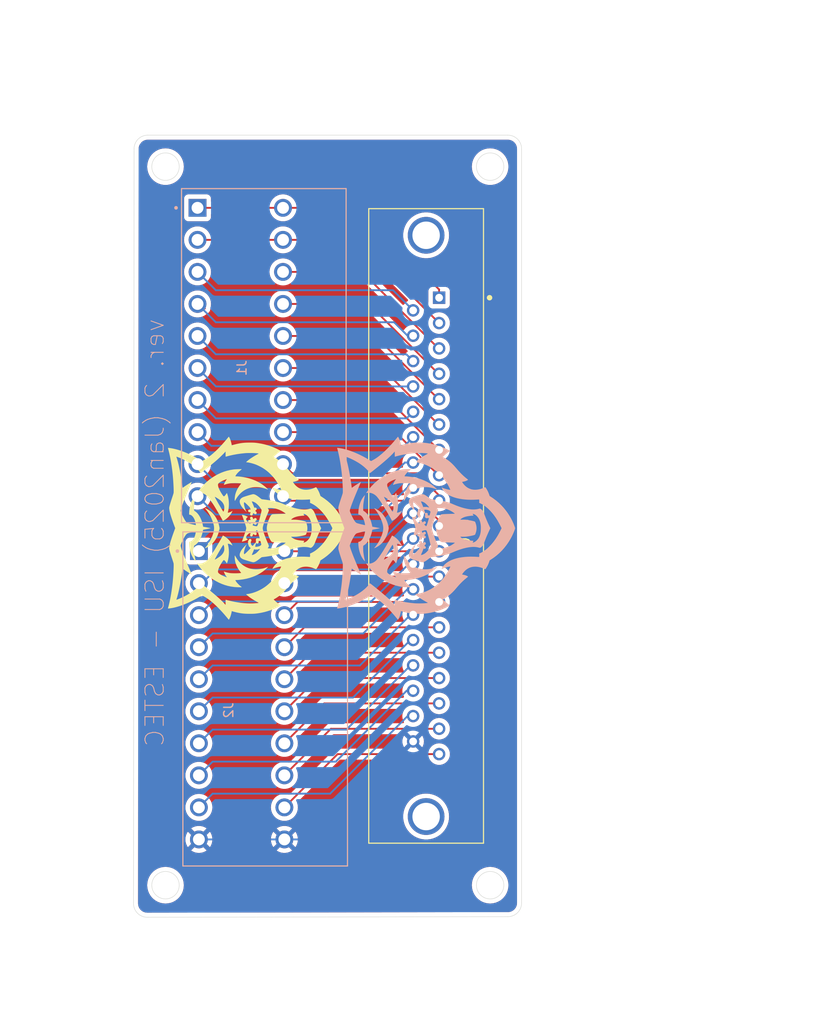
<source format=kicad_pcb>
(kicad_pcb (version 20240108) (generator "pcbnew") (generator_version "8.0")
  (title_block (title "DB37 to TB passthrough") (date "2025-01-23") (rev "2") (company "ISU - ESTEC"))
  (layers (0 "F.Cu" signal) (31 "B.Cu" signal) (34 "B.Paste" user) (35 "F.Paste" user) (36 "B.SilkS" user "B.Silkscreen") (37 "F.SilkS" user "F.Silkscreen") (38 "B.Mask" user) (39 "F.Mask" user) (44 "Edge.Cuts" user))
  (net 0 "")
  (net 1 "Net-(J1-Pin_5)")
  (net 2 "Net-(J1-Pin_11)")
  (net 3 "Net-(J1-Pin_12)")
  (net 4 "Net-(J1-Pin_14)")
  (net 5 "Net-(J1-Pin_16)")
  (net 6 "Net-(J1-Pin_1)")
  (net 7 "Net-(J1-Pin_7)")
  (net 8 "Net-(J1-Pin_15)")
  (net 9 "Net-(J1-Pin_13)")
  (net 10 "Net-(J1-Pin_8)")
  (net 11 "Net-(J1-Pin_20)")
  (net 12 "Net-(J1-Pin_6)")
  (net 13 "Net-(J1-Pin_9)")
  (net 14 "Net-(J1-Pin_17)")
  (net 15 "Net-(J1-Pin_10)")
  (net 16 "Net-(J1-Pin_18)")
  (net 17 "Net-(J2-Pin_19)")
  (net 18 "Net-(J2-Pin_14)")
  (net 19 "Net-(J2-Pin_2)")
  (net 20 "Net-(J2-Pin_5)")
  (net 21 "Net-(J2-Pin_9)")
  (net 22 "Net-(J2-Pin_8)")
  (net 23 "Net-(J2-Pin_13)")
  (net 24 "Net-(J2-Pin_7)")
  (net 25 "Net-(J2-Pin_17)")
  (net 26 "Net-(J2-Pin_15)")
  (net 27 "Net-(J2-Pin_16)")
  (net 28 "Net-(J2-Pin_10)")
  (net 29 "Net-(J2-Pin_6)")
  (net 30 "Net-(J2-Pin_1)")
  (net 31 "Net-(J2-Pin_12)")
  (net 32 "Net-(J2-Pin_4)")
  (net 33 "Net-(J2-Pin_11)")
  (net 34 "Net-(J1-Pin_19)")
  (net 35 "Net-(J2-Pin_18)")
  (net 36 "Net-(J1-Pin_3)")
  (net 37 "Net-(J2-Pin_3)")
  (footprint "Logo:ISU_logo20x20" (layer "F.Cu") (at 125.5 110.5 90)
    (property "Reference" "G***" (at 0 0 90) (layer "F.SilkS") (effects (font (size 1.5 1.5) (thickness 0.3))))
    (property "Value" "LOGO" (hide yes))
  )
  (footprint "Connector DB:AMPHENOL_L717SDCH37POL2RM8C309" (layer "F.Cu") (at 144 110.25 -90)
    (property "Reference" "J3" (at 0.75 -4 90) (layer "F.SilkS") (effects (font (size 2.003543 2.003543))))
    (property "Value" "Conn_01x37_Pin")
    (pad "1" thru_hole rect (at -24.93 -1.42 270) (size 1.358 1.358) (drill 0.85) (layers "*.Cu" "*.Mask") (net 6 "Net-(J1-Pin_1)"))
    (pad "2" thru_hole circle (at -22.16 -1.42 270) (size 1.358 1.358) (drill 0.85) (layers "*.Cu" "*.Mask") (net 36 "Net-(J1-Pin_3)"))
    (pad "3" thru_hole circle (at -19.39 -1.42 270) (size 1.358 1.358) (drill 0.85) (layers "*.Cu" "*.Mask") (net 12 "Net-(J1-Pin_6)"))
    (pad "4" thru_hole circle (at -16.62 -1.42 270) (size 1.358 1.358) (drill 0.85) (layers "*.Cu" "*.Mask") (net 10 "Net-(J1-Pin_8)"))
    (pad "5" thru_hole circle (at -13.85 -1.42 270) (size 1.358 1.358) (drill 0.85) (layers "*.Cu" "*.Mask") (net 15 "Net-(J1-Pin_10)"))
    (pad "6" thru_hole circle (at -11.08 -1.42 270) (size 1.358 1.358) (drill 0.85) (layers "*.Cu" "*.Mask") (net 3 "Net-(J1-Pin_12)"))
    (pad "7" thru_hole circle (at -8.31 -1.42 270) (size 1.358 1.358) (drill 0.85) (layers "*.Cu" "*.Mask") (net 4 "Net-(J1-Pin_14)"))
    (pad "8" thru_hole circle (at -5.54 -1.42 270) (size 1.358 1.358) (drill 0.85) (layers "*.Cu" "*.Mask") (net 5 "Net-(J1-Pin_16)"))
    (pad "9" thru_hole circle (at -2.77 -1.42 270) (size 1.358 1.358) (drill 0.85) (layers "*.Cu" "*.Mask") (net 16 "Net-(J1-Pin_18)"))
    (pad "10" thru_hole circle (at 0 -1.42 270) (size 1.358 1.358) (drill 0.85) (layers "*.Cu" "*.Mask") (net 11 "Net-(J1-Pin_20)"))
    (pad "11" thru_hole circle (at 2.77 -1.42 270) (size 1.358 1.358) (drill 0.85) (layers "*.Cu" "*.Mask") (net 19 "Net-(J2-Pin_2)"))
    (pad "12" thru_hole circle (at 5.54 -1.42 270) (size 1.358 1.358) (drill 0.85) (layers "*.Cu" "*.Mask") (net 32 "Net-(J2-Pin_4)"))
    (pad "13" thru_hole circle (at 8.31 -1.42 270) (size 1.358 1.358) (drill 0.85) (layers "*.Cu" "*.Mask") (net 29 "Net-(J2-Pin_6)"))
    (pad "14" thru_hole circle (at 11.08 -1.42 270) (size 1.358 1.358) (drill 0.85) (layers "*.Cu" "*.Mask") (net 22 "Net-(J2-Pin_8)"))
    (pad "15" thru_hole circle (at 13.85 -1.42 270) (size 1.358 1.358) (drill 0.85) (layers "*.Cu" "*.Mask") (net 28 "Net-(J2-Pin_10)"))
    (pad "16" thru_hole circle (at 16.62 -1.42 270) (size 1.358 1.358) (drill 0.85) (layers "*.Cu" "*.Mask") (net 31 "Net-(J2-Pin_12)"))
    (pad "17" thru_hole circle (at 19.39 -1.42 270) (size 1.358 1.358) (drill 0.85) (layers "*.Cu" "*.Mask") (net 18 "Net-(J2-Pin_14)"))
    (pad "18" thru_hole circle (at 22.16 -1.42 270) (size 1.358 1.358) (drill 0.85) (layers "*.Cu" "*.Mask") (net 27 "Net-(J2-Pin_16)"))
    (pad "19" thru_hole circle (at 24.93 -1.42 270) (size 1.358 1.358) (drill 0.85) (layers "*.Cu" "*.Mask") (net 35 "Net-(J2-Pin_18)"))
    (pad "20" thru_hole circle (at -23.545 1.42 270) (size 1.358 1.358) (drill 0.85) (layers "*.Cu" "*.Mask") (net 1 "Net-(J1-Pin_5)"))
    (pad "21" thru_hole circle (at -20.775 1.42 270) (size 1.358 1.358) (drill 0.85) (layers "*.Cu" "*.Mask") (net 7 "Net-(J1-Pin_7)"))
    (pad "22" thru_hole circle (at -18.005 1.42 270) (size 1.358 1.358) (drill 0.85) (layers "*.Cu" "*.Mask") (net 13 "Net-(J1-Pin_9)"))
    (pad "23" thru_hole circle (at -15.235 1.42 270) (size 1.358 1.358) (drill 0.85) (layers "*.Cu" "*.Mask") (net 2 "Net-(J1-Pin_11)"))
    (pad "24" thru_hole circle (at -12.465 1.42 270) (size 1.358 1.358) (drill 0.85) (layers "*.Cu" "*.Mask") (net 9 "Net-(J1-Pin_13)"))
    (pad "25" thru_hole circle (at -9.695 1.42 270) (size 1.358 1.358) (drill 0.85) (layers "*.Cu" "*.Mask") (net 8 "Net-(J1-Pin_15)"))
    (pad "26" thru_hole circle (at -6.925 1.42 270) (size 1.358 1.358) (drill 0.85) (layers "*.Cu" "*.Mask") (net 14 "Net-(J1-Pin_17)"))
    (pad "27" thru_hole circle (at -4.155 1.42 270) (size 1.358 1.358) (drill 0.85) (layers "*.Cu" "*.Mask") (net 34 "Net-(J1-Pin_19)"))
    (pad "28" thru_hole circle (at -1.385 1.42 270) (size 1.358 1.358) (drill 0.85) (layers "*.Cu" "*.Mask") (net 30 "Net-(J2-Pin_1)"))
    (pad "29" thru_hole circle (at 1.385 1.42 270) (size 1.358 1.358) (drill 0.85) (layers "*.Cu" "*.Mask") (net 37 "Net-(J2-Pin_3)"))
    (pad "30" thru_hole circle (at 4.155 1.42 270) (size 1.358 1.358) (drill 0.85) (layers "*.Cu" "*.Mask") (net 20 "Net-(J2-Pin_5)"))
    (pad "31" thru_hole circle (at 6.925 1.42 270) (size 1.358 1.358) (drill 0.85) (layers "*.Cu" "*.Mask") (net 24 "Net-(J2-Pin_7)"))
    (pad "32" thru_hole circle (at 9.695 1.42 270) (size 1.358 1.358) (drill 0.85) (layers "*.Cu" "*.Mask") (net 21 "Net-(J2-Pin_9)"))
    (pad "33" thru_hole circle (at 12.465 1.42 270) (size 1.358 1.358) (drill 0.85) (layers "*.Cu" "*.Mask") (net 33 "Net-(J2-Pin_11)"))
    (pad "34" thru_hole circle (at 15.235 1.42 270) (size 1.358 1.358) (drill 0.85) (layers "*.Cu" "*.Mask") (net 23 "Net-(J2-Pin_13)"))
    (pad "35" thru_hole circle (at 18.005 1.42 270) (size 1.358 1.358) (drill 0.85) (layers "*.Cu" "*.Mask") (net 26 "Net-(J2-Pin_15)"))
    (pad "36" thru_hole circle (at 20.775 1.42 270) (size 1.358 1.358) (drill 0.85) (layers "*.Cu" "*.Mask") (net 25 "Net-(J2-Pin_17)"))
    (pad "37" thru_hole circle (at 23.545 1.42 270) (size 1.358 1.358) (drill 0.85) (layers "*.Cu" "*.Mask") (net 17 "Net-(J2-Pin_19)"))
    (pad "S1" thru_hole circle (at -31.75 0 270) (size 4.016 4.016) (drill 3) (layers "*.Cu" "*.Mask"))
    (pad "S2" thru_hole circle (at 31.75 0 270) (size 4.016 4.016) (drill 3) (layers "*.Cu" "*.Mask"))
  )
  (footprint "20 hole terminal block:PHOENIX_1841571" (layer "B.Cu") (at 135.4 110.9 -90)
    (property "Reference" "J2" (at 19.5 13 90) (layer "B.SilkS") (effects (justify mirror)))
    (property "Value" "Terminal Block")
    (pad "1" thru_hole rect (at 2.1 16.25 270) (size 1.95 1.95) (drill 1.3) (layers "*.Cu" "*.Mask") (net 30 "Net-(J2-Pin_1)"))
    (pad "2" thru_hole circle (at 2.1 6.9 270) (size 1.95 1.95) (drill 1.3) (layers "*.Cu" "*.Mask") (net 19 "Net-(J2-Pin_2)"))
    (pad "3" thru_hole circle (at 5.6 16.25 270) (size 1.95 1.95) (drill 1.3) (layers "*.Cu" "*.Mask") (net 37 "Net-(J2-Pin_3)"))
    (pad "4" thru_hole circle (at 5.6 6.9 270) (size 1.95 1.95) (drill 1.3) (layers "*.Cu" "*.Mask") (net 32 "Net-(J2-Pin_4)"))
    (pad "5" thru_hole circle (at 9.1 16.25 270) (size 1.95 1.95) (drill 1.3) (layers "*.Cu" "*.Mask") (net 20 "Net-(J2-Pin_5)"))
    (pad "6" thru_hole circle (at 9.1 6.9 270) (size 1.95 1.95) (drill 1.3) (layers "*.Cu" "*.Mask") (net 29 "Net-(J2-Pin_6)"))
    (pad "7" thru_hole circle (at 12.6 16.25 270) (size 1.95 1.95) (drill 1.3) (layers "*.Cu" "*.Mask") (net 24 "Net-(J2-Pin_7)"))
    (pad "8" thru_hole circle (at 12.6 6.9 270) (size 1.95 1.95) (drill 1.3) (layers "*.Cu" "*.Mask") (net 22 "Net-(J2-Pin_8)"))
    (pad "9" thru_hole circle (at 16.1 16.25 270) (size 1.95 1.95) (drill 1.3) (layers "*.Cu" "*.Mask") (net 21 "Net-(J2-Pin_9)"))
    (pad "10" thru_hole circle (at 16.1 6.9 270) (size 1.95 1.95) (drill 1.3) (layers "*.Cu" "*.Mask") (net 28 "Net-(J2-Pin_10)"))
    (pad "11" thru_hole circle (at 19.6 16.25 270) (size 1.95 1.95) (drill 1.3) (layers "*.Cu" "*.Mask") (net 33 "Net-(J2-Pin_11)"))
    (pad "12" thru_hole circle (at 19.6 6.9 270) (size 1.95 1.95) (drill 1.3) (layers "*.Cu" "*.Mask") (net 31 "Net-(J2-Pin_12)"))
    (pad "13" thru_hole circle (at 23.1 16.25 270) (size 1.95 1.95) (drill 1.3) (layers "*.Cu" "*.Mask") (net 23 "Net-(J2-Pin_13)"))
    (pad "14" thru_hole circle (at 23.1 6.9 270) (size 1.95 1.95) (drill 1.3) (layers "*.Cu" "*.Mask") (net 18 "Net-(J2-Pin_14)"))
    (pad "15" thru_hole circle (at 26.6 16.25 270) (size 1.95 1.95) (drill 1.3) (layers "*.Cu" "*.Mask") (net 26 "Net-(J2-Pin_15)"))
    (pad "16" thru_hole circle (at 26.6 6.9 270) (size 1.95 1.95) (drill 1.3) (layers "*.Cu" "*.Mask") (net 27 "Net-(J2-Pin_16)"))
    (pad "17" thru_hole circle (at 30.1 16.25 270) (size 1.95 1.95) (drill 1.3) (layers "*.Cu" "*.Mask") (net 25 "Net-(J2-Pin_17)"))
    (pad "18" thru_hole circle (at 30.1 6.9 270) (size 1.95 1.95) (drill 1.3) (layers "*.Cu" "*.Mask") (net 35 "Net-(J2-Pin_18)"))
    (pad "19" thru_hole circle (at 33.6 16.25 270) (size 1.95 1.95) (drill 1.3) (layers "*.Cu" "*.Mask") (net 17 "Net-(J2-Pin_19)"))
    (pad "20" thru_hole circle (at 33.6 6.9 270) (size 1.95 1.95) (drill 1.3) (layers "*.Cu" "*.Mask") (net 17 "Net-(J2-Pin_19)"))
  )
  (footprint "Logo:ISU_logo20x20" (layer "B.Cu") (at 144 110.5 -90)
    (property "Reference" "G***" (at 0 0 90) (layer "B.SilkS") (effects (font (size 1.5 1.5) (thickness 0.3)) (justify mirror)))
    (property "Value" "LOGO" (hide yes))
  )
  (footprint "20 hole terminal block:PHOENIX_1841571" (layer "B.Cu") (at 135.25 73.4 -90)
    (property "Reference" "J1" (at 19.6 11.4 90) (layer "B.SilkS") (effects (justify mirror)))
    (property "Value" "Terminal Block")
    (pad "1" thru_hole rect (at 2.1 16.25 270) (size 1.95 1.95) (drill 1.3) (layers "*.Cu" "*.Mask") (net 6 "Net-(J1-Pin_1)"))
    (pad "2" thru_hole circle (at 2.1 6.9 270) (size 1.95 1.95) (drill 1.3) (layers "*.Cu" "*.Mask") (net 6 "Net-(J1-Pin_1)"))
    (pad "3" thru_hole circle (at 5.6 16.25 270) (size 1.95 1.95) (drill 1.3) (layers "*.Cu" "*.Mask") (net 36 "Net-(J1-Pin_3)"))
    (pad "4" thru_hole circle (at 5.6 6.9 270) (size 1.95 1.95) (drill 1.3) (layers "*.Cu" "*.Mask") (net 36 "Net-(J1-Pin_3)"))
    (pad "5" thru_hole circle (at 9.1 16.25 270) (size 1.95 1.95) (drill 1.3) (layers "*.Cu" "*.Mask") (net 1 "Net-(J1-Pin_5)"))
    (pad "6" thru_hole circle (at 9.1 6.9 270) (size 1.95 1.95) (drill 1.3) (layers "*.Cu" "*.Mask") (net 12 "Net-(J1-Pin_6)"))
    (pad "7" thru_hole circle (at 12.6 16.25 270) (size 1.95 1.95) (drill 1.3) (layers "*.Cu" "*.Mask") (net 7 "Net-(J1-Pin_7)"))
    (pad "8" thru_hole circle (at 12.6 6.9 270) (size 1.95 1.95) (drill 1.3) (layers "*.Cu" "*.Mask") (net 10 "Net-(J1-Pin_8)"))
    (pad "9" thru_hole circle (at 16.1 16.25 270) (size 1.95 1.95) (drill 1.3) (layers "*.Cu" "*.Mask") (net 13 "Net-(J1-Pin_9)"))
    (pad "10" thru_hole circle (at 16.1 6.9 270) (size 1.95 1.95) (drill 1.3) (layers "*.Cu" "*.Mask") (net 15 "Net-(J1-Pin_10)"))
    (pad "11" thru_hole circle (at 19.6 16.25 270) (size 1.95 1.95) (drill 1.3) (layers "*.Cu" "*.Mask") (net 2 "Net-(J1-Pin_11)"))
    (pad "12" thru_hole circle (at 19.6 6.9 270) (size 1.95 1.95) (drill 1.3) (layers "*.Cu" "*.Mask") (net 3 "Net-(J1-Pin_12)"))
    (pad "13" thru_hole circle (at 23.1 16.25 270) (size 1.95 1.95) (drill 1.3) (layers "*.Cu" "*.Mask") (net 9 "Net-(J1-Pin_13)"))
    (pad "14" thru_hole circle (at 23.1 6.9 270) (size 1.95 1.95) (drill 1.3) (layers "*.Cu" "*.Mask") (net 4 "Net-(J1-Pin_14)"))
    (pad "15" thru_hole circle (at 26.6 16.25 270) (size 1.95 1.95) (drill 1.3) (layers "*.Cu" "*.Mask") (net 8 "Net-(J1-Pin_15)"))
    (pad "16" thru_hole circle (at 26.6 6.9 270) (size 1.95 1.95) (drill 1.3) (layers "*.Cu" "*.Mask") (net 5 "Net-(J1-Pin_16)"))
    (pad "17" thru_hole circle (at 30.1 16.25 270) (size 1.95 1.95) (drill 1.3) (layers "*.Cu" "*.Mask") (net 14 "Net-(J1-Pin_17)"))
    (pad "18" thru_hole circle (at 30.1 6.9 270) (size 1.95 1.95) (drill 1.3) (layers "*.Cu" "*.Mask") (net 16 "Net-(J1-Pin_18)"))
    (pad "19" thru_hole circle (at 33.6 16.25 270) (size 1.95 1.95) (drill 1.3) (layers "*.Cu" "*.Mask") (net 34 "Net-(J1-Pin_19)"))
    (pad "20" thru_hole circle (at 33.6 6.9 270) (size 1.95 1.95) (drill 1.3) (layers "*.Cu" "*.Mask") (net 11 "Net-(J1-Pin_20)"))
  )
  (gr_arc (start 112.06066 69.06066) (mid 112.500012 68.000012) (end 113.56066 67.56066) (stroke (width 0.05)) (layer "Edge.Cuts"))
  (gr_line (start 112 151.5) (end 112.06066 69.06066) (stroke (width 0.05)) (layer "Edge.Cuts"))
  (gr_arc (start 152.93934 67.56066) (mid 153.999988 68.000012) (end 154.43934 69.06066) (stroke (width 0.05)) (layer "Edge.Cuts"))
  (gr_line (start 152.93934 152.93934) (end 113.5 153) (stroke (width 0.05)) (layer "Edge.Cuts"))
  (gr_circle (center 115.5 71) (end 117 71) (stroke (width 0.05)) (fill none) (layer "Edge.Cuts"))
  (gr_line (start 113.56066 67.56066) (end 152.93934 67.56066) (stroke (width 0.05)) (layer "Edge.Cuts"))
  (gr_arc (start 113.5 153) (mid 112.43934 152.56066) (end 112 151.5) (stroke (width 0.05)) (layer "Edge.Cuts"))
  (gr_circle (center 151 149.5) (end 152.5 149.5) (stroke (width 0.05)) (fill none) (layer "Edge.Cuts"))
  (gr_circle (center 151 71) (end 152.5 71) (stroke (width 0.05)) (fill none) (layer "Edge.Cuts"))
  (gr_arc (start 154.43934 151.43934) (mid 153.999988 152.499988) (end 152.93934 152.93934) (stroke (width 0.05)) (layer "Edge.Cuts"))
  (gr_circle (center 115.5 149.5) (end 117 149.5) (stroke (width 0.05)) (fill none) (layer "Edge.Cuts"))
  (gr_line (start 154.43934 69.06066) (end 154.43934 151.43934) (stroke (width 0.05)) (layer "Edge.Cuts"))
  (gr_text "ver. 2 (Jan2025) ISU - ESTEC" (at 115.5 111 90) (layer "B.SilkS") (effects (font (size 2 2) (thickness 0.1)) (justify bottom mirror)))
  (segment (start 142.58 86.705) (end 140.375 84.5) (width 0.2) (layer "B.Cu") (net 1))
  (segment (start 121 84.5) (end 119 82.5) (width 0.2) (layer "B.Cu") (net 1))
  (segment (start 140.375 84.5) (end 121 84.5) (width 0.2) (layer "B.Cu") (net 1))
  (segment (start 142.58 95.015) (end 121.015 95.015) (width 0.2) (layer "B.Cu") (net 2))
  (segment (start 121.015 95.015) (end 119 93) (width 0.2) (layer "B.Cu") (net 2))
  (segment (start 145.350484 99.17) (end 139.180484 93) (width 0.2) (layer "F.Cu") (net 3))
  (segment (start 139.180484 93) (end 128.35 93) (width 0.2) (layer "F.Cu") (net 3))
  (segment (start 145.42 99.17) (end 145.350484 99.17) (width 0.2) (layer "F.Cu") (net 3))
  (segment (start 145.42 101.94) (end 145.350484 101.94) (width 0.2) (layer "F.Cu") (net 4))
  (segment (start 145.350484 101.94) (end 139.910484 96.5) (width 0.2) (layer "F.Cu") (net 4))
  (segment (start 139.910484 96.5) (end 128.35 96.5) (width 0.2) (layer "F.Cu") (net 4))
  (segment (start 145.42 104.71) (end 145.350484 104.71) (width 0.2) (layer "F.Cu") (net 5))
  (segment (start 145.350484 104.71) (end 140.640484 100) (width 0.2) (layer "F.Cu") (net 5))
  (segment (start 140.640484 100) (end 128.35 100) (width 0.2) (layer "F.Cu") (net 5))
  (segment (start 145.42 85.32) (end 145.42 84.42) (width 0.2) (layer "F.Cu") (net 6))
  (segment (start 136.5 75.5) (end 128.35 75.5) (width 0.2) (layer "F.Cu") (net 6))
  (segment (start 128.35 75.5) (end 119 75.5) (width 0.2) (layer "F.Cu") (net 6))
  (segment (start 145.42 84.42) (end 136.5 75.5) (width 0.2) (layer "F.Cu") (net 6))
  (segment (start 119.802 86.5) (end 119 86.5) (width 0.2) (layer "F.Cu") (net 7))
  (segment (start 121 88) (end 119 86) (width 0.2) (layer "B.Cu") (net 7))
  (segment (start 141.975 89.475) (end 140.5 88) (width 0.2) (layer "B.Cu") (net 7))
  (segment (start 142.58 89.475) (end 141.975 89.475) (width 0.2) (layer "B.Cu") (net 7))
  (segment (start 140.5 88) (end 121 88) (width 0.2) (layer "B.Cu") (net 7))
  (segment (start 141.635 101.5) (end 120.5 101.5) (width 0.2) (layer "B.Cu") (net 8))
  (segment (start 142.58 100.555) (end 141.635 101.5) (width 0.2) (layer "B.Cu") (net 8))
  (segment (start 120.5 101.5) (end 119 100) (width 0.2) (layer "B.Cu") (net 8))
  (segment (start 142.58 97.785) (end 141.865 98.5) (width 0.2) (layer "B.Cu") (net 9))
  (segment (start 121 98.5) (end 119 96.5) (width 0.2) (layer "B.Cu") (net 9))
  (segment (start 141.865 98.5) (end 121 98.5) (width 0.2) (layer "B.Cu") (net 9))
  (segment (start 137.720484 86) (end 128.35 86) (width 0.2) (layer "F.Cu") (net 10))
  (segment (start 145.42 93.63) (end 145.350484 93.63) (width 0.2) (layer "F.Cu") (net 10))
  (segment (start 145.350484 93.63) (end 137.720484 86) (width 0.2) (layer "F.Cu") (net 10))
  (segment (start 145.42 110.25) (end 145.42 109.67) (width 0.2) (layer "F.Cu") (net 11))
  (segment (start 145.42 109.67) (end 143.25 107.5) (width 0.2) (layer "F.Cu") (net 11))
  (segment (start 128.85 107.5) (end 128.35 107) (width 0.2) (layer "F.Cu") (net 11))
  (segment (start 143.25 107.5) (end 128.85 107.5) (width 0.2) (layer "F.Cu") (net 11))
  (segment (start 145.42 90.86) (end 145.350484 90.86) (width 0.2) (layer "F.Cu") (net 12))
  (segment (start 136.990484 82.5) (end 128.35 82.5) (width 0.2) (layer "F.Cu") (net 12))
  (segment (start 145.350484 90.86) (end 136.990484 82.5) (width 0.2) (layer "F.Cu") (net 12))
  (segment (start 119.601 89.601) (end 119.5 89.5) (width 0.2) (layer "F.Cu") (net 13))
  (segment (start 121 91.5) (end 119 89.5) (width 0.2) (layer "B.Cu") (net 13))
  (segment (start 141.835 91.5) (end 121 91.5) (width 0.2) (layer "B.Cu") (net 13))
  (segment (start 142.58 92.245) (end 141.835 91.5) (width 0.2) (layer "B.Cu") (net 13))
  (segment (start 139.5 105.5) (end 121 105.5) (width 0.2) (layer "B.Cu") (net 14))
  (segment (start 141.675 103.325) (end 139.5 105.5) (width 0.2) (layer "B.Cu") (net 14))
  (segment (start 142.58 103.325) (end 141.675 103.325) (width 0.2) (layer "B.Cu") (net 14))
  (segment (start 121 105.5) (end 119 103.5) (width 0.2) (layer "B.Cu") (net 14))
  (segment (start 138.450484 89.5) (end 128.35 89.5) (width 0.2) (layer "F.Cu") (net 15))
  (segment (start 145.350484 96.4) (end 138.450484 89.5) (width 0.2) (layer "F.Cu") (net 15))
  (segment (start 145.42 96.4) (end 145.350484 96.4) (width 0.2) (layer "F.Cu") (net 15))
  (segment (start 143 104.5) (end 129.35 104.5) (width 0.2) (layer "F.Cu") (net 16))
  (segment (start 145.42 106.92) (end 143 104.5) (width 0.2) (layer "F.Cu") (net 16))
  (segment (start 145.42 107.48) (end 145.42 106.92) (width 0.2) (layer "F.Cu") (net 16))
  (segment (start 129.35 104.5) (end 128.35 103.5) (width 0.2) (layer "F.Cu") (net 16))
  (segment (start 128.5 144.5) (end 119.15 144.5) (width 0.2) (layer "B.Cu") (net 17))
  (segment (start 131.875 144.5) (end 128.5 144.5) (width 0.2) (layer "B.Cu") (net 17))
  (segment (start 142.58 133.795) (end 131.875 144.5) (width 0.2) (layer "B.Cu") (net 17))
  (segment (start 145.42 129.64) (end 132.86 129.64) (width 0.2) (layer "F.Cu") (net 18))
  (segment (start 132.86 129.64) (end 128.5 134) (width 0.2) (layer "F.Cu") (net 18))
  (segment (start 128.52 113.02) (end 128.5 113) (width 0.2) (layer "F.Cu") (net 19))
  (segment (start 145.42 113.02) (end 128.52 113.02) (width 0.2) (layer "F.Cu") (net 19))
  (segment (start 138 118.5) (end 120.65 118.5) (width 0.2) (layer "B.Cu") (net 20))
  (segment (start 142.58 114.405) (end 142.095 114.405) (width 0.2) (layer "B.Cu") (net 20))
  (segment (start 120.65 118.5) (end 119.15 120) (width 0.2) (layer "B.Cu") (net 20))
  (segment (start 142.095 114.405) (end 138 118.5) (width 0.2) (layer "B.Cu") (net 20))
  (segment (start 142.58 119.945) (end 142.305 119.945) (width 0.2) (layer "B.Cu") (net 21))
  (segment (start 136.75 125.5) (end 120.65 125.5) (width 0.2) (layer "B.Cu") (net 21))
  (segment (start 120.65 125.5) (end 119.15 127) (width 0.2) (layer "B.Cu") (net 21))
  (segment (start 142.305 119.945) (end 136.75 125.5) (width 0.2) (layer "B.Cu") (net 21))
  (segment (start 145.42 121.33) (end 130.67 121.33) (width 0.2) (layer "F.Cu") (net 22))
  (segment (start 130.67 121.33) (end 128.5 123.5) (width 0.2) (layer "F.Cu") (net 22))
  (segment (start 135.2825 132.5) (end 120.65 132.5) (width 0.2) (layer "B.Cu") (net 23))
  (segment (start 142.58 125.485) (end 142.2975 125.485) (width 0.2) (layer "B.Cu") (net 23))
  (segment (start 120.65 132.5) (end 119.15 134) (width 0.2) (layer "B.Cu") (net 23))
  (segment (start 142.2975 125.485) (end 135.2825 132.5) (width 0.2) (layer "B.Cu") (net 23))
  (segment (start 120.65 122) (end 119.15 123.5) (width 0.2) (layer "B.Cu") (net 24))
  (segment (start 142.58 117.175) (end 141.95 117.175) (width 0.2) (layer "B.Cu") (net 24))
  (segment (start 141.95 117.175) (end 137.125 122) (width 0.2) (layer "B.Cu") (net 24))
  (segment (start 137.125 122) (end 120.65 122) (width 0.2) (layer "B.Cu") (net 24))
  (segment (start 120.65 139.5) (end 119.15 141) (width 0.2) (layer "B.Cu") (net 25))
  (segment (start 142.58 131.025) (end 141.975 131.025) (width 0.2) (layer "B.Cu") (net 25))
  (segment (start 133.5 139.5) (end 120.65 139.5) (width 0.2) (layer "B.Cu") (net 25))
  (segment (start 141.975 131.025) (end 133.5 139.5) (width 0.2) (layer "B.Cu") (net 25))
  (segment (start 120.65 136) (end 119.15 137.5) (width 0.2) (layer "B.Cu") (net 26))
  (segment (start 142.58 128.255) (end 141.87 128.255) (width 0.2) (layer "B.Cu") (net 26))
  (segment (start 134.125 136) (end 120.65 136) (width 0.2) (layer "B.Cu") (net 26))
  (segment (start 141.87 128.255) (end 134.125 136) (width 0.2) (layer "B.Cu") (net 26))
  (segment (start 145.42 132.41) (end 133.59 132.41) (width 0.2) (layer "F.Cu") (net 27))
  (segment (start 133.59 132.41) (end 128.5 137.5) (width 0.2) (layer "F.Cu") (net 27))
  (segment (start 145.42 124.1) (end 131.4 124.1) (width 0.2) (layer "F.Cu") (net 28))
  (segment (start 131.4 124.1) (end 128.5 127) (width 0.2) (layer "F.Cu") (net 28))
  (segment (start 129.94 118.56) (end 128.5 120) (width 0.2) (layer "F.Cu") (net 29))
  (segment (start 145.42 118.56) (end 129.94 118.56) (width 0.2) (layer "F.Cu") (net 29))
  (segment (start 142.135 108.865) (end 139.5 111.5) (width 0.2) (layer "B.Cu") (net 30))
  (segment (start 139.5 111.5) (end 120.65 111.5) (width 0.2) (layer "B.Cu") (net 30))
  (segment (start 142.58 108.865) (end 142.135 108.865) (width 0.2) (layer "B.Cu") (net 30))
  (segment (start 120.65 111.5) (end 119.15 113) (width 0.2) (layer "B.Cu") (net 30))
  (segment (start 145.42 126.87) (end 132.13 126.87) (width 0.2) (layer "F.Cu") (net 31))
  (segment (start 132.13 126.87) (end 128.5 130.5) (width 0.2) (layer "F.Cu") (net 31))
  (segment (start 129.21 115.79) (end 128.5 116.5) (width 0.2) (layer "F.Cu") (net 32))
  (segment (start 145.42 115.79) (end 129.21 115.79) (width 0.2) (layer "F.Cu") (net 32))
  (segment (start 142.285 122.715) (end 136 129) (width 0.2) (layer "B.Cu") (net 33))
  (segment (start 120.65 129) (end 119.15 130.5) (width 0.2) (layer "B.Cu") (net 33))
  (segment (start 142.58 122.715) (end 142.285 122.715) (width 0.2) (layer "B.Cu") (net 33))
  (segment (start 136 129) (end 120.65 129) (width 0.2) (layer "B.Cu") (net 33))
  (segment (start 121 109) (end 119 107) (width 0.2) (layer "B.Cu") (net 34))
  (segment (start 139 109) (end 121 109) (width 0.2) (layer "B.Cu") (net 34))
  (segment (start 142.58 106.095) (end 141.905 106.095) (width 0.2) (layer "B.Cu") (net 34))
  (segment (start 141.905 106.095) (end 139 109) (width 0.2) (layer "B.Cu") (net 34))
  (segment (start 134.32 135.18) (end 128.5 141) (width 0.2) (layer "F.Cu") (net 35))
  (segment (start 145.42 135.18) (end 134.32 135.18) (width 0.2) (layer "F.Cu") (net 35))
  (segment (start 136.33 79) (end 128.35 79) (width 0.2) (layer "F.Cu") (net 36))
  (segment (start 128.35 79) (end 119 79) (width 0.2) (layer "F.Cu") (net 36))
  (segment (start 145.42 88.09) (end 136.33 79) (width 0.2) (layer "F.Cu") (net 36))
  (segment (start 139 115) (end 121 115) (width 0.2) (layer "B.Cu") (net 37))
  (segment (start 142.58 111.635) (end 142.365 111.635) (width 0.2) (layer "B.Cu") (net 37))
  (segment (start 119.5 116.5) (end 119.15 116.5) (width 0.2) (layer "B.Cu") (net 37))
  (segment (start 142.365 111.635) (end 139 115) (width 0.2) (layer "B.Cu") (net 37))
  (segment (start 121 115) (end 119.5 116.5) (width 0.2) (layer "B.Cu") (net 37))
  (zone (net 17) (net_name "Net-(J2-Pin_19)") (layers "F&B.Cu") (connect_pads (clearance 0.5)) (min_thickness 0.25) (fill yes (thermal_gap 0.5) (thermal_bridge_width 0.5))
    (polygon (pts (xy 113.5 67.5) (xy 112 69.5) (xy 112 151.5) (xy 113.5 153) (xy 153 153) (xy 154.5 151.5) (xy 154.5 110.25) (xy 154.5 69) (xy 153 67.5)))
  )
)
</source>
